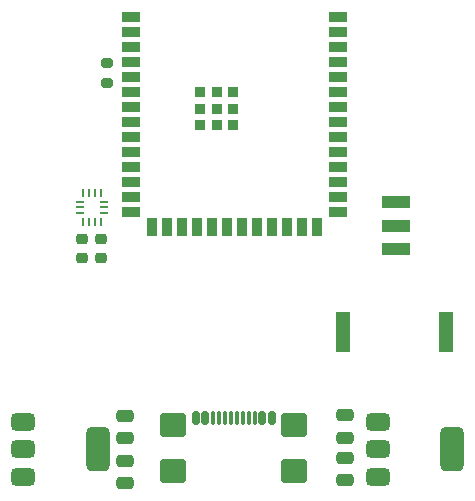
<source format=gbr>
%TF.GenerationSoftware,KiCad,Pcbnew,8.0.8-8.0.8-0~ubuntu24.04.1*%
%TF.CreationDate,2025-08-05T20:55:43-04:00*%
%TF.ProjectId,electronics,656c6563-7472-46f6-9e69-63732e6b6963,rev?*%
%TF.SameCoordinates,Original*%
%TF.FileFunction,Paste,Top*%
%TF.FilePolarity,Positive*%
%FSLAX46Y46*%
G04 Gerber Fmt 4.6, Leading zero omitted, Abs format (unit mm)*
G04 Created by KiCad (PCBNEW 8.0.8-8.0.8-0~ubuntu24.04.1) date 2025-08-05 20:55:43*
%MOMM*%
%LPD*%
G01*
G04 APERTURE LIST*
G04 Aperture macros list*
%AMRoundRect*
0 Rectangle with rounded corners*
0 $1 Rounding radius*
0 $2 $3 $4 $5 $6 $7 $8 $9 X,Y pos of 4 corners*
0 Add a 4 corners polygon primitive as box body*
4,1,4,$2,$3,$4,$5,$6,$7,$8,$9,$2,$3,0*
0 Add four circle primitives for the rounded corners*
1,1,$1+$1,$2,$3*
1,1,$1+$1,$4,$5*
1,1,$1+$1,$6,$7*
1,1,$1+$1,$8,$9*
0 Add four rect primitives between the rounded corners*
20,1,$1+$1,$2,$3,$4,$5,0*
20,1,$1+$1,$4,$5,$6,$7,0*
20,1,$1+$1,$6,$7,$8,$9,0*
20,1,$1+$1,$8,$9,$2,$3,0*%
G04 Aperture macros list end*
%ADD10R,2.489200X0.990600*%
%ADD11RoundRect,0.375000X-0.625000X-0.375000X0.625000X-0.375000X0.625000X0.375000X-0.625000X0.375000X0*%
%ADD12RoundRect,0.500000X-0.500000X-1.400000X0.500000X-1.400000X0.500000X1.400000X-0.500000X1.400000X0*%
%ADD13R,0.250000X0.675000*%
%ADD14R,0.675000X0.250000*%
%ADD15R,0.900000X0.900000*%
%ADD16R,1.500000X0.900000*%
%ADD17R,0.900000X1.500000*%
%ADD18RoundRect,0.200000X0.275000X-0.200000X0.275000X0.200000X-0.275000X0.200000X-0.275000X-0.200000X0*%
%ADD19RoundRect,0.150000X-0.150000X-0.425000X0.150000X-0.425000X0.150000X0.425000X-0.150000X0.425000X0*%
%ADD20RoundRect,0.075000X-0.075000X-0.500000X0.075000X-0.500000X0.075000X0.500000X-0.075000X0.500000X0*%
%ADD21RoundRect,0.250000X-0.840000X-0.750000X0.840000X-0.750000X0.840000X0.750000X-0.840000X0.750000X0*%
%ADD22RoundRect,0.250000X0.475000X-0.250000X0.475000X0.250000X-0.475000X0.250000X-0.475000X-0.250000X0*%
%ADD23RoundRect,0.225000X-0.250000X0.225000X-0.250000X-0.225000X0.250000X-0.225000X0.250000X0.225000X0*%
%ADD24R,1.300000X3.400000*%
G04 APERTURE END LIST*
D10*
%TO.C,SW1*%
X218654287Y-83339999D03*
X218654287Y-85340001D03*
X218654287Y-87339999D03*
%TD*%
D11*
%TO.C,U5*%
X187090000Y-101977500D03*
X187090000Y-104277500D03*
D12*
X193390000Y-104277500D03*
D11*
X187090000Y-106577500D03*
%TD*%
%TO.C,U3*%
X217120000Y-101977500D03*
X217120000Y-104277500D03*
D12*
X223420000Y-104277500D03*
D11*
X217120000Y-106577500D03*
%TD*%
D13*
%TO.C,U2*%
X193652500Y-82535000D03*
X193152500Y-82535000D03*
X192652500Y-82535000D03*
X192152500Y-82535000D03*
D14*
X191890000Y-83297500D03*
X191890000Y-83797500D03*
X191890000Y-84297500D03*
D13*
X192152500Y-85060000D03*
X192652500Y-85060000D03*
X193152500Y-85060000D03*
X193652500Y-85060000D03*
D14*
X193915000Y-84297500D03*
X193915000Y-83797500D03*
X193915000Y-83297500D03*
%TD*%
D15*
%TO.C,U1*%
X202090000Y-74030000D03*
X202090000Y-75430000D03*
X202090000Y-76830000D03*
X203490000Y-74030000D03*
X203490000Y-75430000D03*
X203490000Y-76830000D03*
X204890000Y-74030000D03*
X204890000Y-75430000D03*
X204890000Y-76830000D03*
D16*
X196240000Y-67710000D03*
X196240000Y-68980000D03*
X196240000Y-70250000D03*
X196240000Y-71520000D03*
X196240000Y-72790000D03*
X196240000Y-74060000D03*
X196240000Y-75330000D03*
X196240000Y-76600000D03*
X196240000Y-77870000D03*
X196240000Y-79140000D03*
X196240000Y-80410000D03*
X196240000Y-81680000D03*
X196240000Y-82950000D03*
X196240000Y-84220000D03*
D17*
X198005000Y-85470000D03*
X199275000Y-85470000D03*
X200545000Y-85470000D03*
X201815000Y-85470000D03*
X203085000Y-85470000D03*
X204355000Y-85470000D03*
X205625000Y-85470000D03*
X206895000Y-85470000D03*
X208165000Y-85470000D03*
X209435000Y-85470000D03*
X210705000Y-85470000D03*
X211975000Y-85470000D03*
D16*
X213740000Y-84220000D03*
X213740000Y-82950000D03*
X213740000Y-81680000D03*
X213740000Y-80410000D03*
X213740000Y-79140000D03*
X213740000Y-77870000D03*
X213740000Y-76600000D03*
X213740000Y-75330000D03*
X213740000Y-74060000D03*
X213740000Y-72790000D03*
X213740000Y-71520000D03*
X213740000Y-70250000D03*
X213740000Y-68980000D03*
X213740000Y-67710000D03*
%TD*%
D18*
%TO.C,R1*%
X194200000Y-73230000D03*
X194200000Y-71580000D03*
%TD*%
D19*
%TO.C,J1*%
X201730000Y-101630000D03*
X202530000Y-101630000D03*
D20*
X203680000Y-101630000D03*
X204680000Y-101630000D03*
X205180000Y-101630000D03*
X206180000Y-101630000D03*
D19*
X207330000Y-101630000D03*
X208130000Y-101630000D03*
X208130000Y-101630000D03*
X207330000Y-101630000D03*
D20*
X206680000Y-101630000D03*
X205680000Y-101630000D03*
X204180000Y-101630000D03*
X203180000Y-101630000D03*
D19*
X202530000Y-101630000D03*
X201730000Y-101630000D03*
D21*
X199820000Y-102205000D03*
X199820000Y-106135000D03*
X210040000Y-102205000D03*
X210040000Y-106135000D03*
%TD*%
D22*
%TO.C,C7*%
X195750000Y-101450000D03*
X195750000Y-103350000D03*
%TD*%
%TO.C,C6*%
X195730000Y-105240000D03*
X195730000Y-107140000D03*
%TD*%
D23*
%TO.C,C4*%
X192070000Y-86485000D03*
X192070000Y-88035000D03*
%TD*%
%TO.C,C3*%
X193700000Y-86500000D03*
X193700000Y-88050000D03*
%TD*%
D22*
%TO.C,C2*%
X214360000Y-103290000D03*
X214360000Y-101390000D03*
%TD*%
%TO.C,C1*%
X214370000Y-106900000D03*
X214370000Y-105000000D03*
%TD*%
D24*
%TO.C,BZ1*%
X214212500Y-94300000D03*
X222912500Y-94300000D03*
%TD*%
M02*

</source>
